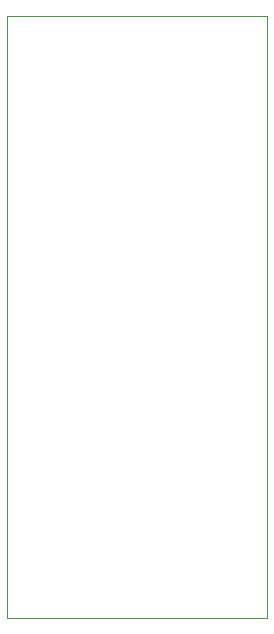
<source format=gbo>
G04 #@! TF.GenerationSoftware,KiCad,Pcbnew,8.0.0*
G04 #@! TF.CreationDate,2025-01-04T20:19:00+01:00*
G04 #@! TF.ProjectId,motherbard,6d6f7468-6572-4626-9172-642e6b696361,rev?*
G04 #@! TF.SameCoordinates,Original*
G04 #@! TF.FileFunction,Legend,Bot*
G04 #@! TF.FilePolarity,Positive*
%FSLAX46Y46*%
G04 Gerber Fmt 4.6, Leading zero omitted, Abs format (unit mm)*
G04 Created by KiCad (PCBNEW 8.0.0) date 2025-01-04 20:19:00*
%MOMM*%
%LPD*%
G01*
G04 APERTURE LIST*
%ADD10C,0.100000*%
%ADD11R,1.700000X1.700000*%
%ADD12O,1.700000X1.700000*%
%ADD13C,1.600000*%
%ADD14C,4.000000*%
%ADD15C,0.500000*%
%ADD16C,0.600000*%
G04 APERTURE END LIST*
D10*
X202200000Y-111480000D02*
X180200000Y-111480000D01*
X180200000Y-60480000D01*
X202200000Y-60480000D01*
X202200000Y-111480000D01*
%LPC*%
D11*
X209025000Y-130300000D03*
D12*
X206485000Y-130300000D03*
X203945000Y-130300000D03*
D11*
X145974000Y-63900000D03*
D12*
X145974000Y-66440000D03*
X145974000Y-68980000D03*
X145974000Y-71520000D03*
X145974000Y-74060000D03*
X145974000Y-76600000D03*
X145974000Y-79140000D03*
X145974000Y-81680000D03*
X145974000Y-84220000D03*
X145974000Y-86760000D03*
X145974000Y-89300000D03*
X145974000Y-91840000D03*
X145974000Y-94380000D03*
X145974000Y-96920000D03*
X145974000Y-99460000D03*
X145974000Y-102000000D03*
X145974000Y-104540000D03*
X145974000Y-107080000D03*
X145974000Y-109620000D03*
X145974000Y-112160000D03*
X145974000Y-114700000D03*
X145974000Y-117240000D03*
X145974000Y-119780000D03*
X145974000Y-122320000D03*
X145974000Y-124860000D03*
X145974000Y-127400000D03*
X145974000Y-129940000D03*
D11*
X178320000Y-110020000D03*
D12*
X178320000Y-107480000D03*
X178320000Y-104940000D03*
X178320000Y-102400000D03*
X178320000Y-99860000D03*
X178320000Y-97320000D03*
X178320000Y-94780000D03*
X178320000Y-92240000D03*
X178320000Y-89700000D03*
X178320000Y-87160000D03*
X178320000Y-84620000D03*
X178320000Y-82080000D03*
X178320000Y-79540000D03*
X178320000Y-77000000D03*
X178320000Y-74460000D03*
X178320000Y-71920000D03*
X178320000Y-69380000D03*
X178320000Y-66840000D03*
X178320000Y-64300000D03*
X178320000Y-61760000D03*
D11*
X62000000Y-130980000D03*
D12*
X64540000Y-130980000D03*
X67080000Y-130980000D03*
X69620000Y-130980000D03*
X72160000Y-130980000D03*
X74700000Y-130980000D03*
X77240000Y-130980000D03*
X79780000Y-130980000D03*
X82320000Y-130980000D03*
X84860000Y-130980000D03*
D11*
X118248000Y-63900000D03*
D12*
X118248000Y-66440000D03*
X118248000Y-68980000D03*
X118248000Y-71520000D03*
X118248000Y-74060000D03*
X118248000Y-76600000D03*
X118248000Y-79140000D03*
X118248000Y-81680000D03*
X118248000Y-84220000D03*
X118248000Y-86760000D03*
X118248000Y-89300000D03*
X118248000Y-91840000D03*
X118248000Y-94380000D03*
X118248000Y-96920000D03*
X118248000Y-99460000D03*
X118248000Y-102000000D03*
X118248000Y-104540000D03*
X118248000Y-107080000D03*
X118248000Y-109620000D03*
X118248000Y-112160000D03*
X118248000Y-114700000D03*
X118248000Y-117240000D03*
X118248000Y-119780000D03*
X118248000Y-122320000D03*
X118248000Y-124860000D03*
X118248000Y-127400000D03*
X118248000Y-129940000D03*
D11*
X208500000Y-96625000D03*
D12*
X208500000Y-94085000D03*
X208500000Y-91545000D03*
X208500000Y-89005000D03*
X208500000Y-86465000D03*
X208500000Y-83925000D03*
X208500000Y-81385000D03*
X208500000Y-78845000D03*
X208500000Y-76305000D03*
X208500000Y-73765000D03*
X208500000Y-71225000D03*
X208500000Y-68685000D03*
X208500000Y-66145000D03*
X208500000Y-63605000D03*
D13*
X201350000Y-109980000D03*
X201350000Y-107440000D03*
X201350000Y-104900000D03*
X201350000Y-102360000D03*
X201350000Y-99820000D03*
X201350000Y-97280000D03*
X201350000Y-94740000D03*
X201350000Y-92200000D03*
X201350000Y-89660000D03*
X201350000Y-87120000D03*
X201350000Y-84580000D03*
X201350000Y-82040000D03*
X201350000Y-79500000D03*
X201350000Y-76960000D03*
X201350000Y-74420000D03*
X201350000Y-71880000D03*
X201350000Y-69340000D03*
X201350000Y-66800000D03*
X201350000Y-64260000D03*
X201350000Y-61720000D03*
X181030000Y-61720000D03*
X181030000Y-64260000D03*
X181030000Y-66800000D03*
X181030000Y-69340000D03*
X181030000Y-71880000D03*
X181030000Y-74420000D03*
X181030000Y-76960000D03*
X181030000Y-79500000D03*
X181030000Y-82040000D03*
X181030000Y-84580000D03*
X181030000Y-87120000D03*
X181030000Y-89660000D03*
X181030000Y-92200000D03*
X181030000Y-94740000D03*
X181030000Y-97280000D03*
X181030000Y-99820000D03*
X181030000Y-102360000D03*
X181030000Y-104900000D03*
X181030000Y-107440000D03*
X181030000Y-109980000D03*
D11*
X56600000Y-97820000D03*
D12*
X56600000Y-95280000D03*
X56600000Y-92740000D03*
X56600000Y-90200000D03*
X56600000Y-87660000D03*
X56600000Y-85120000D03*
X56600000Y-82580000D03*
X56600000Y-80040000D03*
X56600000Y-77500000D03*
X56600000Y-74960000D03*
D13*
X108760000Y-129900000D03*
X108760000Y-127360000D03*
X108760000Y-124820000D03*
X108760000Y-122280000D03*
X108760000Y-119740000D03*
X108760000Y-117200000D03*
X108760000Y-114660000D03*
X108760000Y-112120000D03*
X108760000Y-109580000D03*
X108760000Y-107040000D03*
X108760000Y-81640000D03*
X108760000Y-79100000D03*
X108760000Y-76560000D03*
X108760000Y-74020000D03*
X108760000Y-71480000D03*
X108760000Y-68940000D03*
X108760000Y-66400000D03*
X108760000Y-63860000D03*
D11*
X204070000Y-61720000D03*
D12*
X204070000Y-64260000D03*
X204070000Y-66800000D03*
X204070000Y-69340000D03*
X204070000Y-71880000D03*
X204070000Y-74420000D03*
X204070000Y-76960000D03*
X204070000Y-79500000D03*
X204070000Y-82040000D03*
X204070000Y-84580000D03*
X204070000Y-87120000D03*
X204070000Y-89660000D03*
X204070000Y-92200000D03*
X204070000Y-94740000D03*
X204070000Y-97280000D03*
X204070000Y-99820000D03*
X204070000Y-102360000D03*
X204070000Y-104900000D03*
X204070000Y-107440000D03*
X204070000Y-109980000D03*
D11*
X66640000Y-63200000D03*
D12*
X69180000Y-63200000D03*
X71720000Y-63200000D03*
X74260000Y-63200000D03*
X76800000Y-63200000D03*
D11*
X89900000Y-74950000D03*
D12*
X89900000Y-77490000D03*
X89900000Y-80030000D03*
X89900000Y-82570000D03*
X89900000Y-85110000D03*
X89900000Y-87650000D03*
X89900000Y-90190000D03*
X89900000Y-92730000D03*
X89900000Y-95270000D03*
X89900000Y-97810000D03*
D13*
X164212000Y-129900000D03*
X164212000Y-127360000D03*
X164212000Y-124820000D03*
X164212000Y-122280000D03*
X164212000Y-119740000D03*
X164212000Y-117200000D03*
X164212000Y-114660000D03*
X164212000Y-112120000D03*
X164212000Y-109580000D03*
X164212000Y-107040000D03*
X164212000Y-81640000D03*
X164212000Y-79100000D03*
X164212000Y-76560000D03*
X164212000Y-74020000D03*
X164212000Y-71480000D03*
X164212000Y-68940000D03*
X164212000Y-66400000D03*
X164212000Y-63860000D03*
X84860000Y-124500000D03*
X82320000Y-124500000D03*
X79780000Y-124500000D03*
X77240000Y-124500000D03*
X74700000Y-124500000D03*
X72160000Y-124500000D03*
X69620000Y-124500000D03*
X67080000Y-124500000D03*
X64540000Y-124500000D03*
X62000000Y-124500000D03*
X84860000Y-101640000D03*
X82320000Y-101640000D03*
X79780000Y-101640000D03*
X77240000Y-101640000D03*
X74700000Y-101640000D03*
X72160000Y-101640000D03*
X69620000Y-101640000D03*
X67080000Y-101640000D03*
X64540000Y-101640000D03*
X62000000Y-101640000D03*
X63120000Y-97800000D03*
X63120000Y-95260000D03*
X63120000Y-92720000D03*
X63120000Y-90180000D03*
X63120000Y-87640000D03*
X63120000Y-85100000D03*
X63120000Y-82560000D03*
X63120000Y-80020000D03*
X63120000Y-77480000D03*
X80900000Y-97800000D03*
X80900000Y-95260000D03*
X80900000Y-92720000D03*
X80900000Y-90180000D03*
X80900000Y-87640000D03*
X80900000Y-85100000D03*
X80900000Y-82560000D03*
X80900000Y-80020000D03*
X80900000Y-77480000D03*
X66620000Y-68810000D03*
X69120000Y-68810000D03*
X71620000Y-68810000D03*
X74120000Y-68810000D03*
X76620000Y-68810000D03*
X63120000Y-74940000D03*
X80900000Y-74940000D03*
D11*
X177760000Y-130300000D03*
D12*
X180300000Y-130300000D03*
X182840000Y-130300000D03*
X185380000Y-130300000D03*
X187920000Y-130300000D03*
X190460000Y-130300000D03*
X193000000Y-130300000D03*
X195540000Y-130300000D03*
X198080000Y-130300000D03*
D13*
X136486000Y-129900000D03*
X136486000Y-127360000D03*
X136486000Y-124820000D03*
X136486000Y-122280000D03*
X136486000Y-119740000D03*
X136486000Y-117200000D03*
X136486000Y-114660000D03*
X136486000Y-112120000D03*
X136486000Y-109580000D03*
X136486000Y-107040000D03*
X136486000Y-81640000D03*
X136486000Y-79100000D03*
X136486000Y-76560000D03*
X136486000Y-74020000D03*
X136486000Y-71480000D03*
X136486000Y-68940000D03*
X136486000Y-66400000D03*
X136486000Y-63860000D03*
D11*
X173700000Y-63900000D03*
D12*
X173700000Y-66440000D03*
X173700000Y-68980000D03*
X173700000Y-71520000D03*
X173700000Y-74060000D03*
X173700000Y-76600000D03*
X173700000Y-79140000D03*
X173700000Y-81680000D03*
X173700000Y-84220000D03*
X173700000Y-86760000D03*
X173700000Y-89300000D03*
X173700000Y-91840000D03*
X173700000Y-94380000D03*
X173700000Y-96920000D03*
X173700000Y-99460000D03*
X173700000Y-102000000D03*
X173700000Y-104540000D03*
X173700000Y-107080000D03*
X173700000Y-109620000D03*
X173700000Y-112160000D03*
X173700000Y-114700000D03*
X173700000Y-117240000D03*
X173700000Y-119780000D03*
X173700000Y-122320000D03*
X173700000Y-124860000D03*
X173700000Y-127400000D03*
X173700000Y-129940000D03*
D14*
X49500000Y-62200000D03*
X49500000Y-130500000D03*
X212600000Y-130500000D03*
X212600000Y-62200000D03*
D15*
X72740000Y-90290000D03*
X168680000Y-105240000D03*
X198330000Y-77450000D03*
X196670000Y-102290000D03*
X199160000Y-92040000D03*
X103110000Y-108070000D03*
X98580000Y-62870000D03*
X106460000Y-114840000D03*
X162310000Y-82120000D03*
X169990000Y-62410000D03*
X197810000Y-61810000D03*
X130440000Y-107920000D03*
X85960000Y-68190000D03*
X111130000Y-131920000D03*
X113980000Y-105440000D03*
X183810000Y-104190000D03*
X163360000Y-101560000D03*
X181860000Y-122800000D03*
X149630000Y-129420000D03*
D16*
X212800000Y-69900000D03*
X52100000Y-73500000D03*
D15*
X93240000Y-83880000D03*
X121110000Y-129620000D03*
X111220000Y-62140000D03*
X83420000Y-111550000D03*
X53900000Y-131000000D03*
X149100000Y-96640000D03*
X138060000Y-84550000D03*
X200350000Y-123570000D03*
X89050000Y-103400000D03*
X132900000Y-119170000D03*
X183090000Y-89800000D03*
X208620000Y-60700000D03*
X77030000Y-86060000D03*
X89770000Y-124690000D03*
X123110000Y-124690000D03*
X139010000Y-62340000D03*
X204940000Y-113000000D03*
X197090000Y-119820000D03*
X170980000Y-94210000D03*
X101990000Y-101040000D03*
X121970000Y-94340000D03*
X103830000Y-67270000D03*
X159610000Y-108400000D03*
X130970000Y-110100000D03*
X195160000Y-100250000D03*
X124270000Y-100510000D03*
X159090000Y-101560000D03*
X71510000Y-79230000D03*
X130830000Y-104510000D03*
X166310000Y-122720000D03*
X186700000Y-124160000D03*
X61430000Y-122480000D03*
X183810000Y-99190000D03*
X170650000Y-101960000D03*
X102260000Y-122850000D03*
X142660000Y-95450000D03*
X169800000Y-108400000D03*
X170870000Y-89140000D03*
X192490000Y-71400000D03*
X158850000Y-91770000D03*
D16*
X49600000Y-119300000D03*
D15*
X165480000Y-85400000D03*
X77820000Y-98340000D03*
D16*
X55100000Y-62900000D03*
D15*
X79150000Y-63030000D03*
X91150000Y-131130000D03*
X93240000Y-96690000D03*
X113120000Y-123310000D03*
X102980000Y-110370000D03*
X134800000Y-66480000D03*
X84080000Y-73770000D03*
X113980000Y-101630000D03*
X64760000Y-76000000D03*
D16*
X212800000Y-105000000D03*
D15*
X150610000Y-83170000D03*
X49240000Y-67730000D03*
X134280000Y-90790000D03*
D16*
X212700000Y-123200000D03*
D15*
X57000000Y-119290000D03*
X72630000Y-121540000D03*
X101670000Y-95520000D03*
X94070000Y-74620000D03*
X50490000Y-94340000D03*
X86080000Y-115090000D03*
X56940000Y-101290000D03*
X183400000Y-80150000D03*
X63030000Y-69770000D03*
X96080000Y-68520000D03*
X142270000Y-100450000D03*
X184730000Y-62210000D03*
X160660000Y-114700000D03*
X198570000Y-95980000D03*
X101530000Y-85600000D03*
D16*
X212500000Y-83000000D03*
D15*
X74010000Y-106430000D03*
X149170000Y-62010000D03*
X184840000Y-77910000D03*
X200610000Y-132050000D03*
X158430000Y-110240000D03*
X206290000Y-65470000D03*
X49630000Y-124490000D03*
X59760000Y-99380000D03*
D16*
X50400000Y-104500000D03*
D15*
X120810000Y-61940000D03*
X110030000Y-90390000D03*
X82000000Y-67230000D03*
X49240000Y-80280000D03*
D16*
X50000000Y-88400000D03*
D15*
X132410000Y-114840000D03*
X160030000Y-120940000D03*
X154840000Y-87570000D03*
X198970000Y-108730000D03*
D16*
X176100000Y-66400000D03*
X190000000Y-113800000D03*
X176000000Y-113100000D03*
X154060000Y-127380000D03*
X149000000Y-121800000D03*
X125000000Y-120400000D03*
%LPD*%
M02*

</source>
